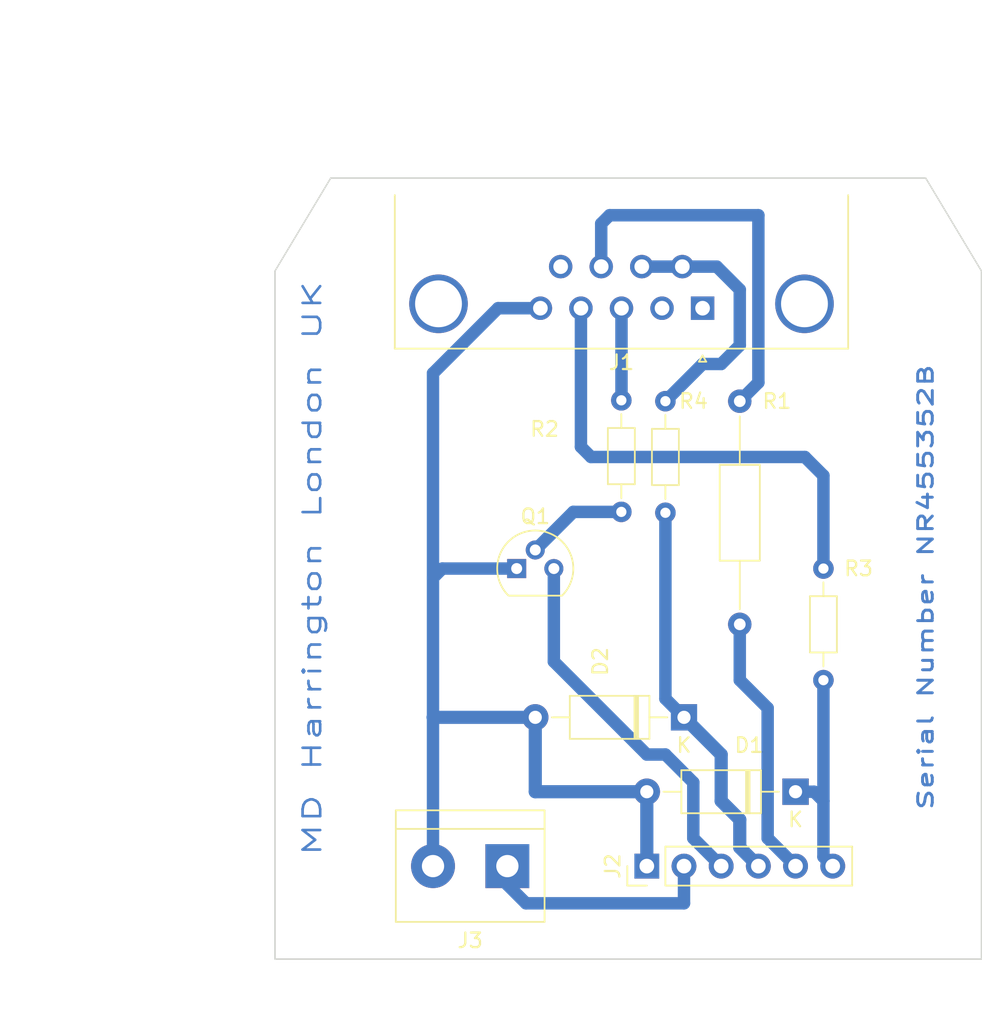
<source format=kicad_pcb>
(kicad_pcb (version 20211014) (generator pcbnew)
  (layers (0 "F.Cu" signal) (31 "B.Cu" signal) (34 "B.Paste" user) (35 "F.Paste" user) (36 "B.SilkS" user "B.Silkscreen") (37 "F.SilkS" user "F.Silkscreen") (38 "B.Mask" user) (39 "F.Mask" user) (44 "Edge.Cuts" user))
  (net 0 "")
  (net 1 "MOSI")
  (net 2 "GNDREF")
  (net 3 "SCK")
  (net 6 "RST")
  (net 7 "Net-(J1-Pad4)")
  (net 8 "Net-(J1-Pad6)")
  (net 9 "Net-(J1-Pad8)")
  (net 11 "vcc")
  (net 12 "Net-(J2-Pad3)")
  (net 13 "MISO")
  (net 14 "Net-(Q1-Pad2)")
  (footprint "Connector_PinHeader_2.54mm:PinHeader_1x06_P2.54mm_Vertical" (layer "F.Cu") (at 102.87 111.76 90)
    (fp_text reference "J2" (at 0 -2.33 90) (layer "F.SilkS"))
    (fp_text value "Conn_01x06_Male")
    (fp_line (start -1.33 0) (end -1.33 -1.33) (layer "F.SilkS") (width 0.12))
    (fp_line (start -1.33 14.03) (end 1.33 14.03) (layer "F.SilkS") (width 0.12))
    (fp_line (start -1.33 1.27) (end -1.33 14.03) (layer "F.SilkS") (width 0.12))
    (fp_line (start -1.33 1.27) (end 1.33 1.27) (layer "F.SilkS") (width 0.12))
    (fp_line (start -1.33 -1.33) (end 0 -1.33) (layer "F.SilkS") (width 0.12))
    (fp_line (start 1.33 1.27) (end 1.33 14.03) (layer "F.SilkS") (width 0.12))
    (pad "1" thru_hole rect (at 0 0 90) (size 1.7 1.7) (drill 1) (layers *.Cu *.Mask) (net 2 "GNDREF"))
    (pad "2" thru_hole oval (at 0 2.54 90) (size 1.7 1.7) (drill 1) (layers *.Cu *.Mask) (net 11 "vcc"))
    (pad "3" thru_hole oval (at 0 5.08 90) (size 1.7 1.7) (drill 1) (layers *.Cu *.Mask) (net 12 "Net-(J2-Pad3)"))
    (pad "4" thru_hole oval (at 0 7.62 90) (size 1.7 1.7) (drill 1) (layers *.Cu *.Mask) (net 3 "SCK"))
    (pad "5" thru_hole oval (at 0 10.16 90) (size 1.7 1.7) (drill 1) (layers *.Cu *.Mask) (net 13 "MISO"))
    (pad "6" thru_hole oval (at 0 12.7 90) (size 1.7 1.7) (drill 1) (layers *.Cu *.Mask) (net 1 "MOSI"))
  )
  (footprint "Diode_THT:D_A-405_P10.16mm_Horizontal" (layer "F.Cu") (at 105.41 101.6 180)
    (fp_text reference "D2" (at 5.715 3.81 90) (layer "F.SilkS"))
    (fp_text value "1N4733A")
    (fp_text user "K" (at 0 -1.9) (layer "F.SilkS"))
    (fp_line (start 2.36 1.47) (end 7.8 1.47) (layer "F.SilkS") (width 0.12))
    (fp_line (start 3.26 -1.47) (end 3.26 1.47) (layer "F.SilkS") (width 0.12))
    (fp_line (start 2.36 -1.47) (end 2.36 1.47) (layer "F.SilkS") (width 0.12))
    (fp_line (start 7.8 -1.47) (end 2.36 -1.47) (layer "F.SilkS") (width 0.12))
    (fp_line (start 9.02 0) (end 7.8 0) (layer "F.SilkS") (width 0.12))
    (fp_line (start 1.14 0) (end 2.36 0) (layer "F.SilkS") (width 0.12))
    (fp_line (start 3.14 -1.47) (end 3.14 1.47) (layer "F.SilkS") (width 0.12))
    (fp_line (start 7.8 1.47) (end 7.8 -1.47) (layer "F.SilkS") (width 0.12))
    (fp_line (start 3.38 -1.47) (end 3.38 1.47) (layer "F.SilkS") (width 0.12))
    (pad "1" thru_hole rect (at 0 0 180) (size 1.8 1.8) (drill 0.9) (layers *.Cu *.Mask) (net 3 "SCK"))
    (pad "2" thru_hole oval (at 10.16 0 180) (size 1.8 1.8) (drill 0.9) (layers *.Cu *.Mask) (net 2 "GNDREF"))
  )
  (footprint "Resistor_THT:R_Axial_DIN0204_L3.6mm_D1.6mm_P7.62mm_Horizontal" (layer "F.Cu") (at 101.13 79.95 -90)
    (fp_text reference "R2" (at 1.965 5.245 180) (layer "F.SilkS"))
    (fp_text value "1K")
    (fp_line (start 0.94 0) (end 1.89 0) (layer "F.SilkS") (width 0.12))
    (fp_line (start 5.73 0.92) (end 5.73 -0.92) (layer "F.SilkS") (width 0.12))
    (fp_line (start 1.89 -0.92) (end 1.89 0.92) (layer "F.SilkS") (width 0.12))
    (fp_line (start 6.68 0) (end 5.73 0) (layer "F.SilkS") (width 0.12))
    (fp_line (start 5.73 -0.92) (end 1.89 -0.92) (layer "F.SilkS") (width 0.12))
    (fp_line (start 1.89 0.92) (end 5.73 0.92) (layer "F.SilkS") (width 0.12))
    (pad "1" thru_hole circle (at 0 0 270) (size 1.4 1.4) (drill 0.7) (layers *.Cu *.Mask) (net 6 "RST"))
    (pad "2" thru_hole oval (at 7.62 0 270) (size 1.4 1.4) (drill 0.7) (layers *.Cu *.Mask) (net 14 "Net-(Q1-Pad2)"))
  )
  (footprint "Resistor_THT:R_Axial_DIN0207_L6.3mm_D2.5mm_P15.24mm_Horizontal" (layer "F.Cu") (at 109.22 80.01 -90)
    (fp_text reference "R1" (at 0 -2.54) (layer "F.SilkS"))
    (fp_text value "1K")
    (fp_line (start 1.04 0) (end 4.35 0) (layer "F.SilkS") (width 0.12))
    (fp_line (start 4.35 -1.37) (end 4.35 1.37) (layer "F.SilkS") (width 0.12))
    (fp_line (start 14.2 0) (end 10.89 0) (layer "F.SilkS") (width 0.12))
    (fp_line (start 10.89 -1.37) (end 4.35 -1.37) (layer "F.SilkS") (width 0.12))
    (fp_line (start 10.89 1.37) (end 10.89 -1.37) (layer "F.SilkS") (width 0.12))
    (fp_line (start 4.35 1.37) (end 10.89 1.37) (layer "F.SilkS") (width 0.12))
    (pad "1" thru_hole circle (at 0 0 270) (size 1.6 1.6) (drill 0.8) (layers *.Cu *.Mask) (net 9 "Net-(J1-Pad8)"))
    (pad "2" thru_hole oval (at 15.24 0 270) (size 1.6 1.6) (drill 0.8) (layers *.Cu *.Mask) (net 13 "MISO"))
  )
  (footprint "Connector_Dsub:DSUB-9_Male_Horizontal_P2.77x2.84mm_EdgePinOffset4.94mm_Housed_MountingHolesOffset7.48mm" (layer "F.Cu") (at 106.68 73.66 180)
    (fp_text reference "J1" (at 5.54 -3.7) (layer "F.SilkS"))
    (fp_text value "DB9_Male")
    (fp_line (start -9.945 -2.76) (end 21.025 -2.76) (layer "F.SilkS") (width 0.12))
    (fp_line (start 0 -3.221325) (end -0.25 -3.654338) (layer "F.SilkS") (width 0.12))
    (fp_line (start -9.945 7.72) (end -9.945 -2.76) (layer "F.SilkS") (width 0.12))
    (fp_line (start 21.025 -2.76) (end 21.025 7.72) (layer "F.SilkS") (width 0.12))
    (fp_line (start -0.25 -3.654338) (end 0.25 -3.654338) (layer "F.SilkS") (width 0.12))
    (fp_line (start 0.25 -3.654338) (end 0 -3.221325) (layer "F.SilkS") (width 0.12))
    (pad "0" thru_hole circle (at -6.96 0.3 180) (size 4 4) (drill 3.2) (layers *.Cu *.Mask))
    (pad "0" thru_hole circle (at 18.04 0.3 180) (size 4 4) (drill 3.2) (layers *.Cu *.Mask))
    (pad "1" thru_hole rect (at 0 0 180) (size 1.6 1.6) (drill 1) (layers *.Cu *.Mask))
    (pad "2" thru_hole circle (at 2.77 0 180) (size 1.6 1.6) (drill 1) (layers *.Cu *.Mask))
    (pad "3" thru_hole circle (at 5.54 0 180) (size 1.6 1.6) (drill 1) (layers *.Cu *.Mask) (net 6 "RST"))
    (pad "4" thru_hole circle (at 8.31 0 180) (size 1.6 1.6) (drill 1) (layers *.Cu *.Mask) (net 7 "Net-(J1-Pad4)"))
    (pad "5" thru_hole circle (at 11.08 0 180) (size 1.6 1.6) (drill 1) (layers *.Cu *.Mask) (net 2 "GNDREF"))
    (pad "6" thru_hole circle (at 1.385 2.84 180) (size 1.6 1.6) (drill 1) (layers *.Cu *.Mask) (net 8 "Net-(J1-Pad6)"))
    (pad "7" thru_hole circle (at 4.155 2.84 180) (size 1.6 1.6) (drill 1) (layers *.Cu *.Mask) (net 8 "Net-(J1-Pad6)"))
    (pad "8" thru_hole circle (at 6.925 2.84 180) (size 1.6 1.6) (drill 1) (layers *.Cu *.Mask) (net 9 "Net-(J1-Pad8)"))
    (pad "9" thru_hole circle (at 9.695 2.84 180) (size 1.6 1.6) (drill 1) (layers *.Cu *.Mask))
  )
  (footprint "Diode_THT:D_A-405_P10.16mm_Horizontal" (layer "F.Cu") (at 113.03 106.68 180)
    (fp_text reference "D1" (at 3.175 3.175) (layer "F.SilkS"))
    (fp_text value "1N4733A")
    (fp_text user "K" (at 0 -1.9) (layer "F.SilkS"))
    (fp_line (start 7.8 -1.47) (end 2.36 -1.47) (layer "F.SilkS") (width 0.12))
    (fp_line (start 3.38 -1.47) (end 3.38 1.47) (layer "F.SilkS") (width 0.12))
    (fp_line (start 3.26 -1.47) (end 3.26 1.47) (layer "F.SilkS") (width 0.12))
    (fp_line (start 9.02 0) (end 7.8 0) (layer "F.SilkS") (width 0.12))
    (fp_line (start 2.36 1.47) (end 7.8 1.47) (layer "F.SilkS") (width 0.12))
    (fp_line (start 2.36 -1.47) (end 2.36 1.47) (layer "F.SilkS") (width 0.12))
    (fp_line (start 3.14 -1.47) (end 3.14 1.47) (layer "F.SilkS") (width 0.12))
    (fp_line (start 1.14 0) (end 2.36 0) (layer "F.SilkS") (width 0.12))
    (fp_line (start 7.8 1.47) (end 7.8 -1.47) (layer "F.SilkS") (width 0.12))
    (pad "1" thru_hole rect (at 0 0 180) (size 1.8 1.8) (drill 0.9) (layers *.Cu *.Mask) (net 1 "MOSI"))
    (pad "2" thru_hole oval (at 10.16 0 180) (size 1.8 1.8) (drill 0.9) (layers *.Cu *.Mask) (net 2 "GNDREF"))
  )
  (footprint "Resistor_THT:R_Axial_DIN0204_L3.6mm_D1.6mm_P7.62mm_Horizontal" (layer "F.Cu") (at 104.14 80.01 -90)
    (fp_text reference "R4" (at 0 -1.92 180) (layer "F.SilkS"))
    (fp_text value "1K")
    (fp_line (start 0.94 0) (end 1.89 0) (layer "F.SilkS") (width 0.12))
    (fp_line (start 6.68 0) (end 5.73 0) (layer "F.SilkS") (width 0.12))
    (fp_line (start 1.89 -0.92) (end 1.89 0.92) (layer "F.SilkS") (width 0.12))
    (fp_line (start 5.73 0.92) (end 5.73 -0.92) (layer "F.SilkS") (width 0.12))
    (fp_line (start 5.73 -0.92) (end 1.89 -0.92) (layer "F.SilkS") (width 0.12))
    (fp_line (start 1.89 0.92) (end 5.73 0.92) (layer "F.SilkS") (width 0.12))
    (pad "1" thru_hole circle (at 0 0 270) (size 1.4 1.4) (drill 0.7) (layers *.Cu *.Mask) (net 8 "Net-(J1-Pad6)"))
    (pad "2" thru_hole oval (at 7.62 0 270) (size 1.4 1.4) (drill 0.7) (layers *.Cu *.Mask) (net 3 "SCK"))
  )
  (footprint "Resistor_THT:R_Axial_DIN0204_L3.6mm_D1.6mm_P7.62mm_Horizontal" (layer "F.Cu") (at 114.935 91.44 -90)
    (fp_text reference "R3" (at 0 -2.4 180) (layer "F.SilkS"))
    (fp_text value "1K")
    (fp_line (start 1.89 -0.92) (end 1.89 0.92) (layer "F.SilkS") (width 0.12))
    (fp_line (start 0.94 0) (end 1.89 0) (layer "F.SilkS") (width 0.12))
    (fp_line (start 1.89 0.92) (end 5.73 0.92) (layer "F.SilkS") (width 0.12))
    (fp_line (start 5.73 -0.92) (end 1.89 -0.92) (layer "F.SilkS") (width 0.12))
    (fp_line (start 6.68 0) (end 5.73 0) (layer "F.SilkS") (width 0.12))
    (fp_line (start 5.73 0.92) (end 5.73 -0.92) (layer "F.SilkS") (width 0.12))
    (pad "1" thru_hole circle (at 0 0 270) (size 1.4 1.4) (drill 0.7) (layers *.Cu *.Mask) (net 7 "Net-(J1-Pad4)"))
    (pad "2" thru_hole oval (at 7.62 0 270) (size 1.4 1.4) (drill 0.7) (layers *.Cu *.Mask) (net 1 "MOSI"))
  )
  (footprint "Package_TO_SOT_THT:TO-92" (layer "F.Cu") (at 93.98 91.44)
    (fp_text reference "Q1" (at 1.27 -3.56) (layer "F.SilkS"))
    (fp_text value "2n4401")
    (fp_line (start -0.53 1.85) (end 3.07 1.85) (layer "F.SilkS") (width 0.12))
    (fp_arc (start -0.568478 1.838478) (mid -1.132087 -0.994977) (end 1.27 -2.6) (layer "F.SilkS") (width 0.12))
    (fp_arc (start 1.27 -2.6) (mid 3.672087 -0.994977) (end 3.108478 1.838478) (layer "F.SilkS") (width 0.12))
    (pad "1" thru_hole rect (at 0 0) (size 1.3 1.3) (drill 0.75) (layers *.Cu *.Mask) (net 2 "GNDREF"))
    (pad "2" thru_hole circle (at 1.27 -1.27) (size 1.3 1.3) (drill 0.75) (layers *.Cu *.Mask) (net 14 "Net-(Q1-Pad2)"))
    (pad "3" thru_hole circle (at 2.54 0) (size 1.3 1.3) (drill 0.75) (layers *.Cu *.Mask) (net 12 "Net-(J2-Pad3)"))
  )
  (footprint "TerminalBlock:TerminalBlock_bornier-2_P5.08mm" (layer "F.Cu") (at 93.345 111.76 180)
    (fp_text reference "J3" (at 2.54 -5.08) (layer "F.SilkS"))
    (fp_text value "Screw_Terminal_01x02")
    (fp_line (start -2.54 3.81) (end 7.62 3.81) (layer "F.SilkS") (width 0.12))
    (fp_line (start -2.54 -3.81) (end -2.54 3.81) (layer "F.SilkS") (width 0.12))
    (fp_line (start 7.62 3.81) (end 7.62 -3.81) (layer "F.SilkS") (width 0.12))
    (fp_line (start 7.62 -3.81) (end -2.54 -3.81) (layer "F.SilkS") (width 0.12))
    (fp_line (start 7.62 2.54) (end -2.54 2.54) (layer "F.SilkS") (width 0.12))
    (pad "1" thru_hole rect (at 0 0 180) (size 3 3) (drill 1.52) (layers *.Cu *.Mask) (net 11 "vcc"))
    (pad "2" thru_hole circle (at 5.08 0 180) (size 3 3) (drill 1.52) (layers *.Cu *.Mask) (net 2 "GNDREF"))
  )
  (gr_line (start 77.47 71.12) (end 81.28 64.77) (layer "Edge.Cuts") (width 0.1))
  (gr_line (start 77.47 118.11) (end 77.47 71.12) (layer "Edge.Cuts") (width 0.1))
  (gr_line (start 125.73 118.11) (end 77.47 118.11) (layer "Edge.Cuts") (width 0.1))
  (gr_line (start 121.92 64.77) (end 125.73 71.12) (layer "Edge.Cuts") (width 0.1))
  (gr_line (start 81.28 64.77) (end 121.92 64.77) (layer "Edge.Cuts") (width 0.1))
  (gr_line (start 125.73 71.12) (end 125.73 118.11) (layer "Edge.Cuts") (width 0.1))
  (gr_text "MD Harrington London UK" (at 80.01 91.44 90) (layer "B.Cu") (effects (font (size 1.2 2) (thickness 0.18))))
  (gr_text "Serial Number NR455352B" (at 121.92 92.71 90) (layer "B.Cu") (effects (font (size 1 1.5) (thickness 0.2))))
  (segment (start 113.03 106.68) (end 114.3 106.68) (width 0.85) (layer "B.Cu") (net 1))
  (segment (start 113.17 106.54) (end 113.03 106.68) (width 0.85) (layer "B.Cu") (net 1))
  (segment (start 114.3 106.68) (end 114.935 107.315) (width 0.85) (layer "B.Cu") (net 1))
  (segment (start 114.935 107.315) (end 114.935 111.125) (width 0.85) (layer "B.Cu") (net 1))
  (segment (start 114.935 111.125) (end 115.57 111.76) (width 0.85) (layer "B.Cu") (net 1))
  (segment (start 114.935 99.06) (end 114.935 107.315) (width 0.85) (layer "B.Cu") (net 1))
  (segment (start 102.87 111.76) (end 102.87 106.68) (width 0.9) (layer "B.Cu") (net 2))
  (segment (start 95.25 106.68) (end 95.25 101.6) (width 0.9) (layer "B.Cu") (net 2))
  (segment (start 95.6 73.66) (end 92.71 73.66) (width 0.85) (layer "B.Cu") (net 2))
  (segment (start 95.25 101.6) (end 88.265 101.6) (width 0.9) (layer "B.Cu") (net 2))
  (segment (start 88.265 78.105) (end 88.265 92.075) (width 0.85) (layer "B.Cu") (net 2))
  (segment (start 93.98 91.44) (end 88.9 91.44) (width 0.85) (layer "B.Cu") (net 2))
  (segment (start 92.71 73.66) (end 88.265 78.105) (width 0.85) (layer "B.Cu") (net 2))
  (segment (start 88.9 91.44) (end 88.265 92.075) (width 0.85) (layer "B.Cu") (net 2))
  (segment (start 88.265 101.6) (end 88.265 111.76) (width 0.85) (layer "B.Cu") (net 2))
  (segment (start 88.265 92.075) (end 88.265 101.6) (width 0.85) (layer "B.Cu") (net 2))
  (segment (start 102.87 106.68) (end 95.25 106.68) (width 0.9) (layer "B.Cu") (net 2))
  (segment (start 104.14 100.33) (end 105.41 101.6) (width 0.85) (layer "B.Cu") (net 3))
  (segment (start 107.95 107.315) (end 109.22 108.585) (width 0.9) (layer "B.Cu") (net 3))
  (segment (start 109.22 108.585) (end 109.22 110.49) (width 0.9) (layer "B.Cu") (net 3))
  (segment (start 104.14 87.63) (end 104.14 100.33) (width 0.85) (layer "B.Cu") (net 3))
  (segment (start 109.22 110.49) (end 110.49 111.76) (width 0.9) (layer "B.Cu") (net 3))
  (segment (start 105.41 101.6) (end 107.95 104.14) (width 0.9) (layer "B.Cu") (net 3))
  (segment (start 107.95 104.14) (end 107.95 107.315) (width 0.9) (layer "B.Cu") (net 3))
  (segment (start 101.14 79.94) (end 101.13 79.95) (width 0.85) (layer "B.Cu") (net 6))
  (segment (start 101.14 73.66) (end 101.14 79.94) (width 0.85) (layer "B.Cu") (net 6))
  (segment (start 98.37 73.66) (end 98.37 83.13) (width 0.85) (layer "B.Cu") (net 7))
  (segment (start 98.37 83.13) (end 99.06 83.82) (width 0.85) (layer "B.Cu") (net 7))
  (segment (start 113.665 83.82) (end 114.935 85.09) (width 0.85) (layer "B.Cu") (net 7))
  (segment (start 114.935 85.09) (end 114.935 91.44) (width 0.85) (layer "B.Cu") (net 7))
  (segment (start 99.06 83.82) (end 113.665 83.82) (width 0.85) (layer "B.Cu") (net 7))
  (segment (start 107.95 77.47) (end 109.22 76.2) (width 0.85) (layer "B.Cu") (net 8))
  (segment (start 107.65 70.82) (end 105.295 70.82) (width 0.85) (layer "B.Cu") (net 8))
  (segment (start 106.68 77.47) (end 107.95 77.47) (width 0.85) (layer "B.Cu") (net 8))
  (segment (start 109.22 76.2) (end 109.22 72.39) (width 0.85) (layer "B.Cu") (net 8))
  (segment (start 102.525 70.82) (end 105.295 70.82) (width 0.85) (layer "B.Cu") (net 8))
  (segment (start 104.14 80.01) (end 106.68 77.47) (width 0.85) (layer "B.Cu") (net 8))
  (segment (start 109.22 72.39) (end 107.65 70.82) (width 0.85) (layer "B.Cu") (net 8))
  (segment (start 110.49 78.74) (end 109.22 80.01) (width 0.85) (layer "B.Cu") (net 9))
  (segment (start 110.49 67.31) (end 110.49 78.74) (width 0.85) (layer "B.Cu") (net 9))
  (segment (start 100.33 67.31) (end 110.49 67.31) (width 0.85) (layer "B.Cu") (net 9))
  (segment (start 99.755 70.82) (end 99.755 67.885) (width 0.85) (layer "B.Cu") (net 9))
  (segment (start 99.755 67.885) (end 100.33 67.31) (width 0.85) (layer "B.Cu") (net 9))
  (segment (start 93.345 113.03) (end 94.615 114.3) (width 0.85) (layer "B.Cu") (net 11))
  (segment (start 93.345 111.76) (end 93.345 113.03) (width 0.85) (layer "B.Cu") (net 11))
  (segment (start 94.615 114.3) (end 105.41 114.3) (width 0.85) (layer "B.Cu") (net 11))
  (segment (start 105.41 114.3) (end 105.41 111.76) (width 0.85) (layer "B.Cu") (net 11))
  (segment (start 96.52 91.44) (end 96.52 97.79) (width 0.85) (layer "B.Cu") (net 12))
  (segment (start 104.14 104.14) (end 106.045 106.045) (width 0.85) (layer "B.Cu") (net 12))
  (segment (start 102.87 104.14) (end 104.14 104.14) (width 0.85) (layer "B.Cu") (net 12))
  (segment (start 106.045 109.855) (end 107.95 111.76) (width 0.85) (layer "B.Cu") (net 12))
  (segment (start 106.045 106.045) (end 106.045 109.855) (width 0.85) (layer "B.Cu") (net 12))
  (segment (start 96.52 97.79) (end 102.87 104.14) (width 0.85) (layer "B.Cu") (net 12))
  (segment (start 111.125 100.965) (end 111.125 109.855) (width 0.85) (layer "B.Cu") (net 13))
  (segment (start 109.22 95.25) (end 109.22 99.06) (width 0.85) (layer "B.Cu") (net 13))
  (segment (start 109.22 99.06) (end 111.125 100.965) (width 0.85) (layer "B.Cu") (net 13))
  (segment (start 111.125 109.855) (end 113.03 111.76) (width 0.85) (layer "B.Cu") (net 13))
  (segment (start 95.25 90.17) (end 97.85 87.57) (width 0.85) (layer "B.Cu") (net 14))
  (segment (start 97.85 87.57) (end 101.13 87.57) (width 0.85) (layer "B.Cu") (net 14))
)
</source>
